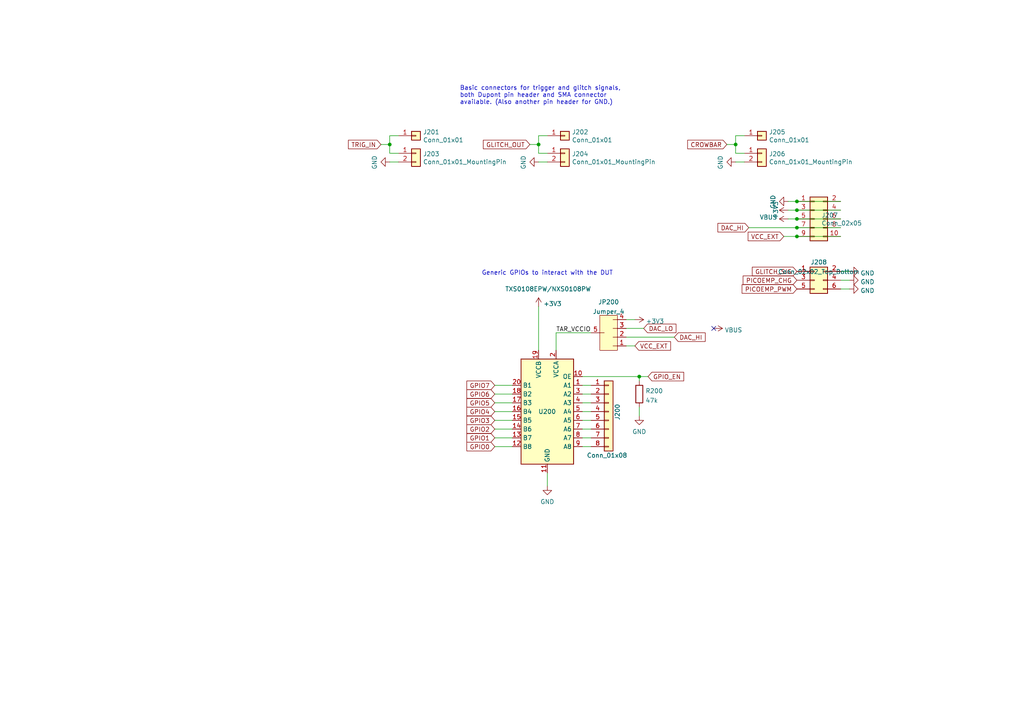
<source format=kicad_sch>
(kicad_sch (version 20211123) (generator eeschema)
  (paper "A4")
  (lib_symbols
    (symbol "Connector_Generic:Conn_01x01" (pin_names (offset 1.016) hide)
      (property "Reference" "J" (at 0 2.54 0))
      (property "Value" "Conn_01x01" (at 0 -2.54 0))
      (symbol "Conn_01x01_1_1"
        (rectangle (start -1.27 0.127) (end 0 -0.127) (stroke (width 0.1524)))
        (rectangle (start -1.27 1.27) (end 1.27 -1.27) (stroke (width 0.254)) (fill (type background)))
        (pin passive line (at -5.08 0 0) (length 3.81) (name "Pin_1") (number "1"))
      )
    )
    (symbol "Connector_Generic:Conn_01x02" (pin_names (offset 1.016) hide)
      (property "Reference" "J" (at 0 2.54 0))
      (property "Value" "Conn_01x02" (at 0 -5.08 0))
      (symbol "Conn_01x02_1_1"
        (rectangle (start -1.27 -2.413) (end 0 -2.667) (stroke (width 0.1524)))
        (rectangle (start -1.27 0.127) (end 0 -0.127) (stroke (width 0.1524)))
        (rectangle (start -1.27 1.27) (end 1.27 -3.81) (stroke (width 0.254)) (fill (type background)))
        (pin passive line (at -5.08 0 0) (length 3.81) (name "Pin_1") (number "1"))
        (pin passive line (at -5.08 -2.54 0) (length 3.81) (name "Pin_2") (number "2"))
      )
    )
    (symbol "Connector_Generic:Conn_01x08" (pin_names (offset 1.016) hide)
      (property "Reference" "J" (at 0 10.16 0))
      (property "Value" "Conn_01x08" (at 0 -12.7 0))
      (symbol "Conn_01x08_1_1"
        (rectangle (start -1.27 -10.033) (end 0 -10.287) (stroke (width 0.1524)))
        (rectangle (start -1.27 -7.493) (end 0 -7.747) (stroke (width 0.1524)))
        (rectangle (start -1.27 -4.953) (end 0 -5.207) (stroke (width 0.1524)))
        (rectangle (start -1.27 -2.413) (end 0 -2.667) (stroke (width 0.1524)))
        (rectangle (start -1.27 0.127) (end 0 -0.127) (stroke (width 0.1524)))
        (rectangle (start -1.27 2.667) (end 0 2.413) (stroke (width 0.1524)))
        (rectangle (start -1.27 5.207) (end 0 4.953) (stroke (width 0.1524)))
        (rectangle (start -1.27 7.747) (end 0 7.493) (stroke (width 0.1524)))
        (rectangle (start -1.27 8.89) (end 1.27 -11.43) (stroke (width 0.254)) (fill (type background)))
        (pin passive line (at -5.08 7.62 0) (length 3.81) (name "Pin_1") (number "1"))
        (pin passive line (at -5.08 5.08 0) (length 3.81) (name "Pin_2") (number "2"))
        (pin passive line (at -5.08 2.54 0) (length 3.81) (name "Pin_3") (number "3"))
        (pin passive line (at -5.08 0 0) (length 3.81) (name "Pin_4") (number "4"))
        (pin passive line (at -5.08 -2.54 0) (length 3.81) (name "Pin_5") (number "5"))
        (pin passive line (at -5.08 -5.08 0) (length 3.81) (name "Pin_6") (number "6"))
        (pin passive line (at -5.08 -7.62 0) (length 3.81) (name "Pin_7") (number "7"))
        (pin passive line (at -5.08 -10.16 0) (length 3.81) (name "Pin_8") (number "8"))
      )
    )
    (symbol "Connector_Generic:Conn_02x03_Odd_Even" (pin_names (offset 1.016) hide)
      (property "Reference" "J" (at 1.27 5.08 0))
      (property "Value" "Conn_02x03_Odd_Even" (at 1.27 -5.08 0))
      (symbol "Conn_02x03_Odd_Even_1_1"
        (rectangle (start -1.27 -2.413) (end 0 -2.667) (stroke (width 0.1524)))
        (rectangle (start -1.27 0.127) (end 0 -0.127) (stroke (width 0.1524)))
        (rectangle (start -1.27 2.667) (end 0 2.413) (stroke (width 0.1524)))
        (rectangle (start -1.27 3.81) (end 3.81 -3.81) (stroke (width 0.254)) (fill (type background)))
        (rectangle (start 3.81 -2.413) (end 2.54 -2.667) (stroke (width 0.1524)))
        (rectangle (start 3.81 0.127) (end 2.54 -0.127) (stroke (width 0.1524)))
        (rectangle (start 3.81 2.667) (end 2.54 2.413) (stroke (width 0.1524)))
        (pin passive line (at -5.08 2.54 0) (length 3.81) (name "Pin_1") (number "1"))
        (pin passive line (at 7.62 2.54 180) (length 3.81) (name "Pin_2") (number "2"))
        (pin passive line (at -5.08 0 0) (length 3.81) (name "Pin_3") (number "3"))
        (pin passive line (at 7.62 0 180) (length 3.81) (name "Pin_4") (number "4"))
        (pin passive line (at -5.08 -2.54 0) (length 3.81) (name "Pin_5") (number "5"))
        (pin passive line (at 7.62 -2.54 180) (length 3.81) (name "Pin_6") (number "6"))
      )
    )
    (symbol "Connector_Generic:Conn_02x05_Odd_Even" (pin_names (offset 1.016) hide)
      (property "Reference" "J" (at 1.27 7.62 0))
      (property "Value" "Conn_02x05_Odd_Even" (at 1.27 -7.62 0))
      (symbol "Conn_02x05_Odd_Even_1_1"
        (rectangle (start -1.27 -4.953) (end 0 -5.207) (stroke (width 0.1524)))
        (rectangle (start -1.27 -2.413) (end 0 -2.667) (stroke (width 0.1524)))
        (rectangle (start -1.27 0.127) (end 0 -0.127) (stroke (width 0.1524)))
        (rectangle (start -1.27 2.667) (end 0 2.413) (stroke (width 0.1524)))
        (rectangle (start -1.27 5.207) (end 0 4.953) (stroke (width 0.1524)))
        (rectangle (start -1.27 6.35) (end 3.81 -6.35) (stroke (width 0.254)) (fill (type background)))
        (rectangle (start 3.81 -4.953) (end 2.54 -5.207) (stroke (width 0.1524)))
        (rectangle (start 3.81 -2.413) (end 2.54 -2.667) (stroke (width 0.1524)))
        (rectangle (start 3.81 0.127) (end 2.54 -0.127) (stroke (width 0.1524)))
        (rectangle (start 3.81 2.667) (end 2.54 2.413) (stroke (width 0.1524)))
        (rectangle (start 3.81 5.207) (end 2.54 4.953) (stroke (width 0.1524)))
        (pin passive line (at -5.08 5.08 0) (length 3.81) (name "Pin_1") (number "1"))
        (pin passive line (at 7.62 -5.08 180) (length 3.81) (name "Pin_10") (number "10"))
        (pin passive line (at 7.62 5.08 180) (length 3.81) (name "Pin_2") (number "2"))
        (pin passive line (at -5.08 2.54 0) (length 3.81) (name "Pin_3") (number "3"))
        (pin passive line (at 7.62 2.54 180) (length 3.81) (name "Pin_4") (number "4"))
        (pin passive line (at -5.08 0 0) (length 3.81) (name "Pin_5") (number "5"))
        (pin passive line (at 7.62 0 180) (length 3.81) (name "Pin_6") (number "6"))
        (pin passive line (at -5.08 -2.54 0) (length 3.81) (name "Pin_7") (number "7"))
        (pin passive line (at 7.62 -2.54 180) (length 3.81) (name "Pin_8") (number "8"))
        (pin passive line (at -5.08 -5.08 0) (length 3.81) (name "Pin_9") (number "9"))
      )
    )
    (symbol "Device:R" (pin_numbers hide) (pin_names (offset 0))
      (property "Reference" "R" (at 2.032 0 90))
      (property "Value" "R" (at 0 0 90))
      (symbol "R_0_1"
        (rectangle (start -1.016 -2.54) (end 1.016 2.54) (stroke (width 0.254)))
      )
      (symbol "R_1_1"
        (pin passive line (at 0 3.81 270) (length 1.27) (name "~") (number "1"))
        (pin passive line (at 0 -3.81 90) (length 1.27) (name "~") (number "2"))
      )
    )
    (symbol "Logic_LevelTranslator:TXS0108EPW"
      (property "Reference" "U" (at -6.35 16.51 0))
      (property "Value" "TXS0108EPW" (at 3.81 16.51 0))
      (symbol "TXS0108EPW_0_1"
        (rectangle (start -7.62 15.24) (end 7.62 -15.24) (stroke (width 0.254)) (fill (type background)))
      )
      (symbol "TXS0108EPW_1_1"
        (pin bidirectional line (at -10.16 7.62 0) (length 2.54) (name "A1") (number "1"))
        (pin input line (at -10.16 10.16 0) (length 2.54) (name "OE") (number "10"))
        (pin power_in line (at 0 -17.78 90) (length 2.54) (name "GND") (number "11"))
        (pin bidirectional line (at 10.16 -10.16 180) (length 2.54) (name "B8") (number "12"))
        (pin bidirectional line (at 10.16 -7.62 180) (length 2.54) (name "B7") (number "13"))
        (pin bidirectional line (at 10.16 -5.08 180) (length 2.54) (name "B6") (number "14"))
        (pin bidirectional line (at 10.16 -2.54 180) (length 2.54) (name "B5") (number "15"))
        (pin bidirectional line (at 10.16 0 180) (length 2.54) (name "B4") (number "16"))
        (pin bidirectional line (at 10.16 2.54 180) (length 2.54) (name "B3") (number "17"))
        (pin bidirectional line (at 10.16 5.08 180) (length 2.54) (name "B2") (number "18"))
        (pin power_in line (at 2.54 17.78 270) (length 2.54) (name "VCCB") (number "19"))
        (pin power_in line (at -2.54 17.78 270) (length 2.54) (name "VCCA") (number "2"))
        (pin bidirectional line (at 10.16 7.62 180) (length 2.54) (name "B1") (number "20"))
        (pin bidirectional line (at -10.16 5.08 0) (length 2.54) (name "A2") (number "3"))
        (pin bidirectional line (at -10.16 2.54 0) (length 2.54) (name "A3") (number "4"))
        (pin bidirectional line (at -10.16 0 0) (length 2.54) (name "A4") (number "5"))
        (pin bidirectional line (at -10.16 -2.54 0) (length 2.54) (name "A5") (number "6"))
        (pin bidirectional line (at -10.16 -5.08 0) (length 2.54) (name "A6") (number "7"))
        (pin bidirectional line (at -10.16 -7.62 0) (length 2.54) (name "A7") (number "8"))
        (pin bidirectional line (at -10.16 -10.16 0) (length 2.54) (name "A8") (number "9"))
      )
    )
    (symbol "misc-mcus:Jumper_4" (pin_names (offset 1.016))
      (property "Reference" "JP" (at 0 11.43 0))
      (property "Value" "Jumper_4" (at 0 11.43 0))
      (symbol "Jumper_4_0_1"
        (rectangle (start -2.54 5.08) (end 2.54 -5.08) (fill (type background)))
        (polyline (pts (xy -2.54 -3.81) (xy -1.27 -3.81)))
        (polyline (pts (xy -2.54 -1.27) (xy -1.27 -1.27)))
        (polyline (pts (xy -2.54 1.27) (xy -1.27 1.27)))
        (polyline (pts (xy -2.54 3.81) (xy -1.27 3.81)))
        (polyline (pts (xy 2.54 0) (xy 1.27 0)))
      )
      (symbol "Jumper_4_1_1"
        (pin passive line (at -5.08 3.81 0) (length 2.54) (name "~") (number "1"))
        (pin passive line (at -5.08 1.27 0) (length 2.54) (name "~") (number "2"))
        (pin passive line (at -5.08 -1.27 0) (length 2.54) (name "~") (number "3"))
        (pin passive line (at -5.08 -3.81 0) (length 2.54) (name "~") (number "4"))
        (pin passive line (at 5.08 0 180) (length 2.54) (name "~") (number "5"))
      )
    )
    (symbol "power:+3.3V" (power) (pin_names (offset 0))
      (property "Value" "+3.3V" (at 0 3.556 0))
      (symbol "+3.3V_0_1"
        (polyline (pts (xy -0.762 1.27) (xy 0 2.54)))
        (polyline (pts (xy 0 0) (xy 0 2.54)))
        (polyline (pts (xy 0 2.54) (xy 0.762 1.27)))
      )
      (symbol "+3.3V_1_1"
        (pin power_in line (at 0 0 90) (length 0) hide (name "+3V3") (number "1"))
      )
    )
    (symbol "power:GND" (power) (pin_names (offset 0))
      (property "Value" "GND" (at 0 -3.81 0))
      (symbol "GND_0_1"
        (polyline (pts (xy 0 0) (xy 0 -1.27) (xy 1.27 -1.27) (xy 0 -2.54) (xy -1.27 -1.27) (xy 0 -1.27)))
      )
      (symbol "GND_1_1"
        (pin power_in line (at 0 0 270) (length 0) hide (name "GND") (number "1"))
      )
    )
    (symbol "power:VBUS" (power) (pin_names (offset 0))
      (property "Value" "VBUS" (at 0 3.81 0))
      (symbol "VBUS_0_1"
        (polyline (pts (xy -0.762 1.27) (xy 0 2.54)))
        (polyline (pts (xy 0 0) (xy 0 2.54)))
        (polyline (pts (xy 0 2.54) (xy 0.762 1.27)))
      )
      (symbol "VBUS_1_1"
        (pin power_in line (at 0 0 90) (length 0) hide (name "VBUS") (number "1"))
      )
    )
  )
  (junction (at 231.14 68.58))
  (junction (at 156.21 41.91))
  (junction (at 231.14 58.42))
  (junction (at 231.14 63.5))
  (junction (at 113.03 41.91))
  (junction (at 231.14 66.04))
  (junction (at 231.14 60.96))
  (junction (at 213.36 41.91))
  (junction (at 185.42 109.22))
  (no_connect (at 207.01 95.25))
  (wire (pts (xy 213.36 41.91) (xy 213.36 44.45)))
  (wire (pts (xy 181.61 97.79) (xy 195.58 97.79)))
  (wire (pts (xy 243.84 68.58) (xy 231.14 68.58)))
  (wire (pts (xy 168.91 111.76) (xy 171.45 111.76)))
  (wire (pts (xy 161.29 101.6) (xy 161.29 96.52)))
  (wire (pts (xy 153.67 41.91) (xy 156.21 41.91)))
  (wire (pts (xy 168.91 124.46) (xy 171.45 124.46)))
  (wire (pts (xy 143.51 124.46) (xy 148.59 124.46)))
  (wire (pts (xy 243.84 63.5) (xy 231.14 63.5)))
  (wire (pts (xy 143.51 119.38) (xy 148.59 119.38)))
  (wire (pts (xy 213.36 46.99) (xy 215.9 46.99)))
  (wire (pts (xy 185.42 109.22) (xy 185.42 110.49)))
  (wire (pts (xy 231.14 63.5) (xy 228.6 63.5)))
  (wire (pts (xy 143.51 114.3) (xy 148.59 114.3)))
  (wire (pts (xy 156.21 39.37) (xy 156.21 41.91)))
  (wire (pts (xy 143.51 116.84) (xy 148.59 116.84)))
  (wire (pts (xy 110.49 41.91) (xy 113.03 41.91)))
  (wire (pts (xy 243.84 78.74) (xy 246.38 78.74)))
  (wire (pts (xy 168.91 109.22) (xy 185.42 109.22)))
  (wire (pts (xy 213.36 39.37) (xy 213.36 41.91)))
  (wire (pts (xy 168.91 116.84) (xy 171.45 116.84)))
  (wire (pts (xy 231.14 60.96) (xy 228.6 60.96)))
  (wire (pts (xy 231.14 58.42) (xy 228.6 58.42)))
  (wire (pts (xy 243.84 81.28) (xy 246.38 81.28)))
  (wire (pts (xy 215.9 39.37) (xy 213.36 39.37)))
  (wire (pts (xy 187.96 109.22) (xy 185.42 109.22)))
  (wire (pts (xy 168.91 121.92) (xy 171.45 121.92)))
  (wire (pts (xy 156.21 46.99) (xy 158.75 46.99)))
  (wire (pts (xy 243.84 66.04) (xy 231.14 66.04)))
  (wire (pts (xy 215.9 44.45) (xy 213.36 44.45)))
  (wire (pts (xy 113.03 39.37) (xy 113.03 41.91)))
  (wire (pts (xy 143.51 111.76) (xy 148.59 111.76)))
  (wire (pts (xy 158.75 39.37) (xy 156.21 39.37)))
  (wire (pts (xy 156.21 41.91) (xy 156.21 44.45)))
  (wire (pts (xy 143.51 121.92) (xy 148.59 121.92)))
  (wire (pts (xy 243.84 83.82) (xy 246.38 83.82)))
  (wire (pts (xy 181.61 92.71) (xy 184.15 92.71)))
  (wire (pts (xy 158.75 137.16) (xy 158.75 140.97)))
  (wire (pts (xy 161.29 96.52) (xy 171.45 96.52)))
  (wire (pts (xy 115.57 39.37) (xy 113.03 39.37)))
  (wire (pts (xy 243.84 60.96) (xy 231.14 60.96)))
  (wire (pts (xy 158.75 44.45) (xy 156.21 44.45)))
  (wire (pts (xy 168.91 129.54) (xy 171.45 129.54)))
  (wire (pts (xy 181.61 95.25) (xy 186.69 95.25)))
  (wire (pts (xy 185.42 118.11) (xy 185.42 120.65)))
  (wire (pts (xy 143.51 129.54) (xy 148.59 129.54)))
  (wire (pts (xy 231.14 68.58) (xy 227.33 68.58)))
  (wire (pts (xy 168.91 114.3) (xy 171.45 114.3)))
  (wire (pts (xy 168.91 119.38) (xy 171.45 119.38)))
  (wire (pts (xy 115.57 44.45) (xy 113.03 44.45)))
  (wire (pts (xy 143.51 127) (xy 148.59 127)))
  (wire (pts (xy 231.14 66.04) (xy 217.17 66.04)))
  (wire (pts (xy 156.21 88.9) (xy 156.21 101.6)))
  (wire (pts (xy 168.91 127) (xy 171.45 127)))
  (wire (pts (xy 113.03 46.99) (xy 115.57 46.99)))
  (wire (pts (xy 210.82 41.91) (xy 213.36 41.91)))
  (wire (pts (xy 243.84 58.42) (xy 231.14 58.42)))
  (wire (pts (xy 113.03 41.91) (xy 113.03 44.45)))
  (wire (pts (xy 181.61 100.33) (xy 184.15 100.33)))
  (text "Basic connectors for trigger and glitch signals,\nboth Dupont pin header and SMA connector\navailable. (Also another pin header for GND.)" (at 133.35 30.48 0) (effects (font (size 1.27 1.27)) (justify left bottom)))
  (text "Generic GPIOs to interact with the DUT" (at 139.7 80.01 0) (effects (font (size 1.27 1.27)) (justify left bottom)))
  (label "TAR_VCCIO" (at 161.29 96.52 0))
  (global_label "DAC_HI" (shape input) (at 195.58 97.79 0) (property "Intersheet References" "${INTERSHEET_REFS}" (effects hide)))
  (global_label "GPIO2" (shape input) (at 143.51 124.46 180) (property "Intersheet References" "${INTERSHEET_REFS}" (effects hide)))
  (global_label "VCC_EXT" (shape input) (at 227.33 68.58 180) (property "Intersheet References" "${INTERSHEET_REFS}" (effects hide)))
  (global_label "GPIO1" (shape input) (at 143.51 127 180) (property "Intersheet References" "${INTERSHEET_REFS}" (effects hide)))
  (global_label "GLITCH_OUT" (shape input) (at 153.67 41.91 180) (property "Intersheet References" "${INTERSHEET_REFS}" (effects hide)))
  (global_label "PICOEMP_PWM" (shape input) (at 231.14 83.82 180) (property "Intersheet References" "${INTERSHEET_REFS}" (effects hide)))
  (global_label "GPIO7" (shape input) (at 143.51 111.76 180) (property "Intersheet References" "${INTERSHEET_REFS}" (effects hide)))
  (global_label "GPIO_EN" (shape input) (at 187.96 109.22 0) (property "Intersheet References" "${INTERSHEET_REFS}" (effects hide)))
  (global_label "GPIO6" (shape input) (at 143.51 114.3 180) (property "Intersheet References" "${INTERSHEET_REFS}" (effects hide)))
  (global_label "GPIO4" (shape input) (at 143.51 119.38 180) (property "Intersheet References" "${INTERSHEET_REFS}" (effects hide)))
  (global_label "GPIO3" (shape input) (at 143.51 121.92 180) (property "Intersheet References" "${INTERSHEET_REFS}" (effects hide)))
  (global_label "DAC_HI" (shape input) (at 217.17 66.04 180) (property "Intersheet References" "${INTERSHEET_REFS}" (effects hide)))
  (global_label "TRIG_IN" (shape input) (at 110.49 41.91 180) (property "Intersheet References" "${INTERSHEET_REFS}" (effects hide)))
  (global_label "GPIO0" (shape input) (at 143.51 129.54 180) (property "Intersheet References" "${INTERSHEET_REFS}" (effects hide)))
  (global_label "PICOEMP_CHG" (shape input) (at 231.14 81.28 180) (property "Intersheet References" "${INTERSHEET_REFS}" (effects hide)))
  (global_label "GPIO5" (shape input) (at 143.51 116.84 180) (property "Intersheet References" "${INTERSHEET_REFS}" (effects hide)))
  (global_label "DAC_LO" (shape input) (at 186.69 95.25 0) (property "Intersheet References" "${INTERSHEET_REFS}" (effects hide)))
  (global_label "GLITCH_SIG" (shape input) (at 231.14 78.74 180) (property "Intersheet References" "${INTERSHEET_REFS}" (effects hide)))
  (global_label "VCC_EXT" (shape input) (at 184.15 100.33 0) (property "Intersheet References" "${INTERSHEET_REFS}" (effects hide)))
  (global_label "CROWBAR" (shape input) (at 210.82 41.91 180) (property "Intersheet References" "${INTERSHEET_REFS}" (effects hide)))
  (symbol (lib_id "Connector_Generic:Conn_01x01") (at 120.65 39.37 0) (unit 1)
    (property "Reference" "J201" (at 122.682 38.3032 0) (effects (justify left)))
    (property "Value" "Conn_01x01" (at 122.682 40.6146 0) (effects (justify left)))
    (property "Footprint" "Connector_PinHeader_2.54mm:PinHeader_1x01_P2.54mm_Vertical" (effects hide))
  )
  (symbol (lib_id "Connector_Generic:Conn_01x02") (at 120.65 44.45 0) (unit 1)
    (property "Reference" "J203" (at 122.682 44.6532 0) (effects (justify left)))
    (property "Value" "Conn_01x01_MountingPin" (at 122.682 46.9646 0) (effects (justify left)))
    (property "Footprint" "Connector_Coaxial:SMA_Amphenol_132289_EdgeMount" (effects hide))
  )
  (symbol (lib_id "Connector_Generic:Conn_01x01") (at 163.83 39.37 0) (unit 1)
    (property "Reference" "J202" (at 165.862 38.3032 0) (effects (justify left)))
    (property "Value" "Conn_01x01" (at 165.862 40.6146 0) (effects (justify left)))
    (property "Footprint" "Connector_PinHeader_2.54mm:PinHeader_1x01_P2.54mm_Vertical" (effects hide))
  )
  (symbol (lib_id "Connector_Generic:Conn_01x02") (at 163.83 44.45 0) (unit 1)
    (property "Reference" "J204" (at 165.862 44.6532 0) (effects (justify left)))
    (property "Value" "Conn_01x01_MountingPin" (at 165.862 46.9646 0) (effects (justify left)))
    (property "Footprint" "Connector_Coaxial:SMA_Amphenol_132289_EdgeMount" (effects hide))
  )
  (symbol (lib_id "power:GND") (at 113.03 46.99 270) (unit 1)
    (property "Reference" "#PWR0131" (effects hide))
    (property "Value" "GND" (at 108.6358 47.117 0))
  )
  (symbol (lib_id "power:GND") (at 156.21 46.99 270) (unit 1)
    (property "Reference" "#PWR0132" (effects hide))
    (property "Value" "GND" (at 151.8158 47.117 0))
  )
  (symbol (lib_id "Connector_Generic:Conn_02x05_Odd_Even") (at 236.22 63.5 0) (unit 1)
    (property "Reference" "J207" (at 238.252 62.4332 0) (effects (justify left)))
    (property "Value" "Conn_02x05" (at 238.252 64.7446 0) (effects (justify left)))
    (property "Footprint" "Connector_PinHeader_2.54mm:PinHeader_2x05_P2.54mm_Vertical" (effects hide))
  )
  (symbol (lib_id "power:GND") (at 228.6 58.42 270) (unit 1)
    (property "Reference" "#PWR0133" (effects hide))
    (property "Value" "GND" (at 224.2058 58.547 0))
  )
  (symbol (lib_id "power:+3.3V") (at 156.21 88.9 0) (unit 1)
    (property "Reference" "#PWR0134" (effects hide))
    (property "Value" "+3.3V" (at 157.607 88.109 0) (effects (justify left)))
  )
  (symbol (lib_id "Connector_Generic:Conn_02x03_Odd_Even") (at 236.22 81.28 0) (unit 1)
    (property "Reference" "J208" (at 237.49 76.0435 0))
    (property "Value" "Conn_02x02_Top_Bottom" (at 237.49 78.8186 0))
    (property "Footprint" "Connector_PinHeader_2.54mm:PinHeader_2x03_P2.54mm_Vertical" (effects hide))
  )
  (symbol (lib_id "misc-mcus:Jumper_4") (at 176.53 96.52 180) (unit 1)
    (property "Reference" "JP200" (at 176.53 87.6005 0))
    (property "Value" "Jumper_4" (at 176.53 90.3756 0))
    (property "Footprint" "Connector_PinHeader_2.54mm:PinHeader_2x04_P2.54mm_Vertical" (effects hide))
  )
  (symbol (lib_id "power:GND") (at 246.38 83.82 90) (unit 1)
    (property "Reference" "#PWR0162" (effects hide))
    (property "Value" "GND" (at 249.555 84.299 90) (effects (justify right)))
  )
  (symbol (lib_id "power:VBUS") (at 207.01 95.25 270) (unit 1)
    (property "Reference" "#PWR0136" (effects hide))
    (property "Value" "VBUS" (at 210.185 95.729 90) (effects (justify left)))
  )
  (symbol (lib_id "power:+3.3V") (at 184.15 92.71 270) (unit 1)
    (property "Reference" "#PWR0135" (effects hide))
    (property "Value" "+3.3V" (at 187.325 93.189 90) (effects (justify left)))
  )
  (symbol (lib_id "Device:R") (at 185.42 114.3 180) (unit 1)
    (property "Reference" "R200" (at 187.198 113.3915 0) (effects (justify right)))
    (property "Value" "47k" (at 187.198 116.1666 0) (effects (justify right)))
    (property "Footprint" "Resistor_SMD:R_0805_2012Metric_Pad1.20x1.40mm_HandSolder" (effects hide))
  )
  (symbol (lib_id "Connector_Generic:Conn_01x01") (at 220.98 39.37 0) (unit 1)
    (property "Reference" "J205" (at 223.012 38.3032 0) (effects (justify left)))
    (property "Value" "Conn_01x01" (at 223.012 40.6146 0) (effects (justify left)))
    (property "Footprint" "Connector_PinHeader_2.54mm:PinHeader_1x01_P2.54mm_Vertical" (effects hide))
  )
  (symbol (lib_id "power:GND") (at 158.75 140.97 0) (unit 1)
    (property "Reference" "#PWR0108" (effects hide))
    (property "Value" "GND" (at 158.75 145.5325 0))
  )
  (symbol (lib_id "power:VBUS") (at 228.6 63.5 90) (unit 1)
    (property "Reference" "#PWR0137" (effects hide))
    (property "Value" "VBUS" (at 225.425 63.021 90) (effects (justify left)))
  )
  (symbol (lib_id "Connector_Generic:Conn_01x02") (at 220.98 44.45 0) (unit 1)
    (property "Reference" "J206" (at 223.012 44.6532 0) (effects (justify left)))
    (property "Value" "Conn_01x01_MountingPin" (at 223.012 46.9646 0) (effects (justify left)))
    (property "Footprint" "Connector_Coaxial:SMA_Amphenol_132289_EdgeMount" (effects hide))
  )
  (symbol (lib_id "Logic_LevelTranslator:TXS0108EPW") (at 158.75 119.38 0) (mirror y) (unit 1)
    (property "Reference" "U200" (at 161.29 119.38 0) (effects (justify left)))
    (property "Value" "TXS0108EPW/NXS0108PW" (at 171.45 83.82 0) (effects (justify left)))
    (property "Footprint" "Package_SO:TSSOP-20_4.4x6.5mm_P0.65mm" (effects hide))
    (property "Datasheet" "www.ti.com/lit/ds/symlink/txs0108e.pdf" (effects hide))
  )
  (symbol (lib_id "power:GND") (at 246.38 81.28 90) (unit 1)
    (property "Reference" "#PWR0163" (effects hide))
    (property "Value" "GND" (at 249.555 81.759 90) (effects (justify right)))
  )
  (symbol (lib_id "power:GND") (at 213.36 46.99 270) (unit 1)
    (property "Reference" "#PWR0141" (effects hide))
    (property "Value" "GND" (at 208.9658 47.117 0))
  )
  (symbol (lib_id "Connector_Generic:Conn_01x08") (at 176.53 119.38 0) (unit 1)
    (property "Reference" "J200" (at 179.07 121.92 90) (effects (justify left)))
    (property "Value" "Conn_01x08" (at 170.18 132.08 0) (effects (justify left)))
    (property "Footprint" "Connector_PinHeader_2.54mm:PinHeader_1x08_P2.54mm_Horizontal" (effects hide))
  )
  (symbol (lib_id "power:GND") (at 185.42 120.65 0) (mirror y) (unit 1)
    (property "Reference" "#PWR0109" (effects hide))
    (property "Value" "GND" (at 185.42 125.2125 0))
  )
  (symbol (lib_id "power:+3.3V") (at 228.6 60.96 90) (unit 1)
    (property "Reference" "#PWR0157" (effects hide))
    (property "Value" "+3.3V" (at 224.9955 60.96 0))
  )
  (symbol (lib_id "power:GND") (at 246.38 78.74 90) (unit 1)
    (property "Reference" "#PWR0164" (effects hide))
    (property "Value" "GND" (at 249.555 79.219 90) (effects (justify right)))
  )
)
</source>
